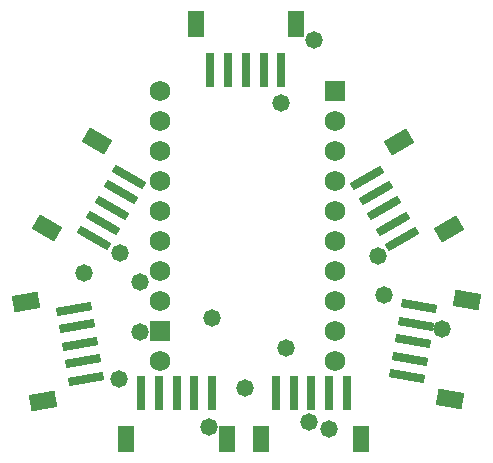
<source format=gbs>
G04*
G04 #@! TF.GenerationSoftware,Altium Limited,Altium Designer,21.6.4 (81)*
G04*
G04 Layer_Color=16711935*
%FSLAX44Y44*%
%MOMM*%
G71*
G04*
G04 #@! TF.SameCoordinates,662A1053-D2FE-41ED-9168-75848B50F108*
G04*
G04*
G04 #@! TF.FilePolarity,Negative*
G04*
G01*
G75*
%ADD16R,1.3970X2.2098*%
%ADD17R,0.7112X2.9972*%
%ADD23C,1.7272*%
%ADD24R,1.7272X1.7272*%
%ADD25C,1.4732*%
G04:AMPARAMS|DCode=32|XSize=0.7112mm|YSize=2.9972mm|CornerRadius=0mm|HoleSize=0mm|Usage=FLASHONLY|Rotation=80.000|XOffset=0mm|YOffset=0mm|HoleType=Round|Shape=Rectangle|*
%AMROTATEDRECTD32*
4,1,4,1.4141,-0.6104,-1.5376,-0.0900,-1.4141,0.6104,1.5376,0.0900,1.4141,-0.6104,0.0*
%
%ADD32ROTATEDRECTD32*%

G04:AMPARAMS|DCode=34|XSize=0.7112mm|YSize=2.9972mm|CornerRadius=0mm|HoleSize=0mm|Usage=FLASHONLY|Rotation=120.000|XOffset=0mm|YOffset=0mm|HoleType=Round|Shape=Rectangle|*
%AMROTATEDRECTD34*
4,1,4,1.4756,0.4413,-1.1200,-1.0573,-1.4756,-0.4413,1.1200,1.0573,1.4756,0.4413,0.0*
%
%ADD34ROTATEDRECTD34*%

G04:AMPARAMS|DCode=36|XSize=0.7112mm|YSize=2.9972mm|CornerRadius=0mm|HoleSize=0mm|Usage=FLASHONLY|Rotation=280.000|XOffset=0mm|YOffset=0mm|HoleType=Round|Shape=Rectangle|*
%AMROTATEDRECTD36*
4,1,4,-1.5376,0.0900,1.4141,0.6104,1.5376,-0.0900,-1.4141,-0.6104,-1.5376,0.0900,0.0*
%
%ADD36ROTATEDRECTD36*%

G04:AMPARAMS|DCode=38|XSize=0.7112mm|YSize=2.9972mm|CornerRadius=0mm|HoleSize=0mm|Usage=FLASHONLY|Rotation=240.000|XOffset=0mm|YOffset=0mm|HoleType=Round|Shape=Rectangle|*
%AMROTATEDRECTD38*
4,1,4,-1.1200,1.0573,1.4756,-0.4413,1.1200,-1.0573,-1.4756,0.4413,-1.1200,1.0573,0.0*
%
%ADD38ROTATEDRECTD38*%

G04:AMPARAMS|DCode=39|XSize=2.2098mm|YSize=1.397mm|CornerRadius=0mm|HoleSize=0mm|Usage=FLASHONLY|Rotation=350.000|XOffset=0mm|YOffset=0mm|HoleType=Round|Shape=Rectangle|*
%AMROTATEDRECTD39*
4,1,4,-1.2094,-0.4960,-0.9668,0.8798,1.2094,0.4960,0.9668,-0.8798,-1.2094,-0.4960,0.0*
%
%ADD39ROTATEDRECTD39*%

G04:AMPARAMS|DCode=40|XSize=2.2098mm|YSize=1.397mm|CornerRadius=0mm|HoleSize=0mm|Usage=FLASHONLY|Rotation=30.000|XOffset=0mm|YOffset=0mm|HoleType=Round|Shape=Rectangle|*
%AMROTATEDRECTD40*
4,1,4,-0.6076,-1.1574,-1.3061,0.0525,0.6076,1.1574,1.3061,-0.0525,-0.6076,-1.1574,0.0*
%
%ADD40ROTATEDRECTD40*%

G04:AMPARAMS|DCode=41|XSize=2.2098mm|YSize=1.397mm|CornerRadius=0mm|HoleSize=0mm|Usage=FLASHONLY|Rotation=190.000|XOffset=0mm|YOffset=0mm|HoleType=Round|Shape=Rectangle|*
%AMROTATEDRECTD41*
4,1,4,0.9668,0.8798,1.2094,-0.4960,-0.9668,-0.8798,-1.2094,0.4960,0.9668,0.8798,0.0*
%
%ADD41ROTATEDRECTD41*%

G04:AMPARAMS|DCode=42|XSize=2.2098mm|YSize=1.397mm|CornerRadius=0mm|HoleSize=0mm|Usage=FLASHONLY|Rotation=150.000|XOffset=0mm|YOffset=0mm|HoleType=Round|Shape=Rectangle|*
%AMROTATEDRECTD42*
4,1,4,1.3061,0.0525,0.6076,-1.1574,-1.3061,-0.0525,-0.6076,1.1574,1.3061,0.0525,0.0*
%
%ADD42ROTATEDRECTD42*%

D16*
X760820Y1489710D02*
D03*
X845820D02*
D03*
X787200Y1138270D02*
D03*
X702200D02*
D03*
X901260D02*
D03*
X816260D02*
D03*
D17*
X773320Y1450690D02*
D03*
X788320D02*
D03*
X803320D02*
D03*
X818320D02*
D03*
X833320D02*
D03*
X774700Y1177290D02*
D03*
X759700D02*
D03*
X744700D02*
D03*
X729700D02*
D03*
X714700D02*
D03*
X888760D02*
D03*
X873760D02*
D03*
X858760D02*
D03*
X843760D02*
D03*
X828760D02*
D03*
D23*
X730340Y1330960D02*
D03*
Y1356360D02*
D03*
Y1381760D02*
D03*
Y1407160D02*
D03*
Y1432560D02*
D03*
X878840Y1203960D02*
D03*
Y1229360D02*
D03*
Y1254760D02*
D03*
Y1280160D02*
D03*
Y1305560D02*
D03*
Y1330960D02*
D03*
Y1356360D02*
D03*
Y1381760D02*
D03*
Y1407160D02*
D03*
X730340Y1305560D02*
D03*
Y1280160D02*
D03*
Y1254760D02*
D03*
Y1203960D02*
D03*
D24*
X878840Y1432560D02*
D03*
X730340Y1229360D02*
D03*
D25*
X857250Y1152906D02*
D03*
X969264Y1231138D02*
D03*
X713740Y1271270D02*
D03*
X874110Y1146906D02*
D03*
X833320Y1422908D02*
D03*
X915162Y1293114D02*
D03*
X666242Y1278890D02*
D03*
X774900Y1240790D02*
D03*
X713740Y1229106D02*
D03*
X772160Y1148334D02*
D03*
X837438Y1215390D02*
D03*
X695960Y1189322D02*
D03*
X802640Y1181100D02*
D03*
X919988Y1259840D02*
D03*
X860806Y1475740D02*
D03*
X696976Y1295908D02*
D03*
D32*
X950024Y1250482D02*
D03*
X947420Y1235710D02*
D03*
X944816Y1220938D02*
D03*
X942210Y1206166D02*
D03*
X939606Y1191394D02*
D03*
D34*
X905750Y1359481D02*
D03*
X913250Y1346491D02*
D03*
X920750Y1333500D02*
D03*
X928250Y1320509D02*
D03*
X935750Y1307519D02*
D03*
D36*
X668279Y1189322D02*
D03*
X665674Y1204094D02*
D03*
X663070Y1218866D02*
D03*
X660464Y1233638D02*
D03*
X657860Y1248410D02*
D03*
D38*
X674850Y1308209D02*
D03*
X682350Y1321199D02*
D03*
X689850Y1334189D02*
D03*
X697350Y1347179D02*
D03*
X704850Y1360170D02*
D03*
D39*
X990622Y1256016D02*
D03*
X975862Y1172308D02*
D03*
D40*
X933292Y1389816D02*
D03*
X975792Y1316204D02*
D03*
D41*
X632022Y1170236D02*
D03*
X617262Y1253944D02*
D03*
D42*
X634808Y1316893D02*
D03*
X677308Y1390505D02*
D03*
M02*

</source>
